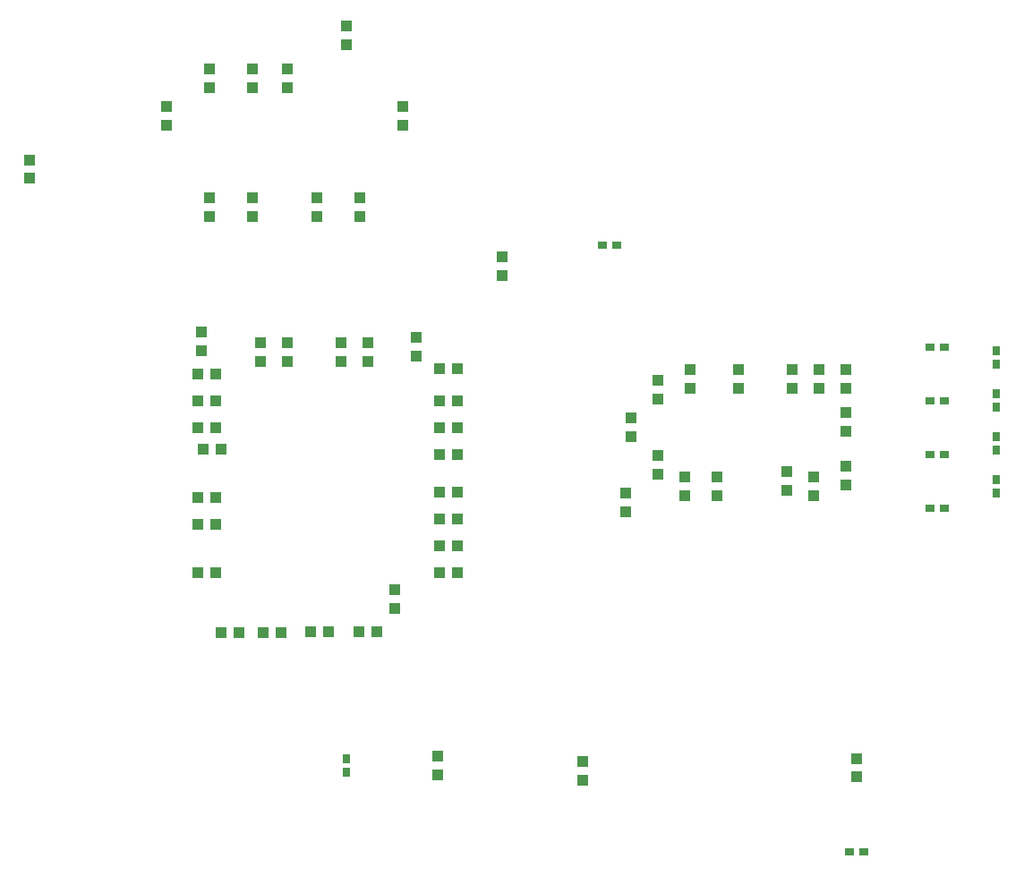
<source format=gbp>
%FSLAX24Y24*%
%MOIN*%
G70*
G01*
G75*
G04 Layer_Color=128*
G04 Layer_Color=128*
%ADD10R,0.0394X0.0433*%
%ADD11R,0.0433X0.0394*%
%ADD12R,0.1024X0.0945*%
%ADD13R,0.0945X0.1024*%
%ADD14C,0.0400*%
%ADD15R,0.0728X0.0118*%
%ADD16R,0.0709X0.0157*%
%ADD17R,0.0827X0.1614*%
%ADD18R,0.0787X0.0551*%
%ADD19O,0.0700X0.0300*%
%ADD20R,0.0700X0.0300*%
%ADD21R,0.0122X0.0709*%
%ADD22R,0.0709X0.0122*%
%ADD23O,0.0122X0.0709*%
%ADD24R,0.0157X0.0709*%
%ADD25R,0.0709X0.0157*%
%ADD26R,0.0118X0.0728*%
%ADD27R,0.0728X0.0118*%
%ADD28R,0.0630X0.0512*%
%ADD29R,0.0630X0.0709*%
%ADD30R,0.0709X0.0630*%
%ADD31R,0.1000X0.1400*%
%ADD32R,0.0300X0.0600*%
%ADD33R,0.1400X0.1000*%
%ADD34R,0.0600X0.0300*%
%ADD35R,0.0276X0.0354*%
%ADD36R,0.0354X0.0276*%
%ADD37R,0.0394X0.1083*%
%ADD38C,0.0200*%
%ADD39C,0.0080*%
%ADD40C,0.0100*%
%ADD41C,0.0160*%
%ADD42C,0.0120*%
%ADD43C,0.1400*%
%ADD44C,0.0750*%
%ADD45C,0.0500*%
%ADD46C,0.1600*%
%ADD47C,0.0600*%
%ADD48C,0.0433*%
%ADD49C,0.0350*%
%ADD50C,0.0250*%
%ADD51C,0.0300*%
%ADD52C,0.0098*%
%ADD53C,0.0079*%
%ADD54C,0.0070*%
%ADD55C,0.0140*%
%ADD56R,0.0200X0.0700*%
%ADD57R,0.0200X0.0200*%
%ADD58R,0.0500X0.0200*%
%ADD59R,0.0200X0.1000*%
%ADD60R,0.0200X0.0500*%
%ADD61R,0.1575X0.0098*%
D10*
X49000Y49135D02*
D03*
Y48465D02*
D03*
X51200Y44865D02*
D03*
Y45535D02*
D03*
X53800Y45065D02*
D03*
Y45735D02*
D03*
X55000Y49535D02*
D03*
Y48865D02*
D03*
X49000Y45665D02*
D03*
Y46335D02*
D03*
X54000Y49535D02*
D03*
Y48865D02*
D03*
X50200Y49535D02*
D03*
Y48865D02*
D03*
X48000Y47735D02*
D03*
Y47065D02*
D03*
X47800Y44935D02*
D03*
Y44265D02*
D03*
X50000Y44865D02*
D03*
Y45535D02*
D03*
X52000Y49535D02*
D03*
Y48865D02*
D03*
X54800Y44865D02*
D03*
Y45535D02*
D03*
X56000Y45265D02*
D03*
Y45935D02*
D03*
Y47265D02*
D03*
Y47935D02*
D03*
Y48865D02*
D03*
Y49535D02*
D03*
X34200Y49865D02*
D03*
Y50535D02*
D03*
X38200Y49865D02*
D03*
Y50535D02*
D03*
X39200Y41335D02*
D03*
Y40665D02*
D03*
X35200Y49865D02*
D03*
Y50535D02*
D03*
X37200Y49865D02*
D03*
Y50535D02*
D03*
X32000Y50265D02*
D03*
Y50935D02*
D03*
X40000Y50065D02*
D03*
Y50735D02*
D03*
X43200Y53065D02*
D03*
Y53735D02*
D03*
X40800Y35135D02*
D03*
Y34465D02*
D03*
X32300Y60065D02*
D03*
Y60735D02*
D03*
X33900Y60065D02*
D03*
Y60735D02*
D03*
X35200Y60065D02*
D03*
Y60735D02*
D03*
X37400Y62335D02*
D03*
Y61665D02*
D03*
X30700Y59335D02*
D03*
Y58665D02*
D03*
X39500Y59335D02*
D03*
Y58665D02*
D03*
X32300Y55935D02*
D03*
Y55265D02*
D03*
X33900Y55935D02*
D03*
Y55265D02*
D03*
X36300Y55935D02*
D03*
Y55265D02*
D03*
X37900Y55265D02*
D03*
Y55935D02*
D03*
X56400Y34383D02*
D03*
Y35052D02*
D03*
X46200Y34935D02*
D03*
Y34265D02*
D03*
X25600Y57352D02*
D03*
Y56683D02*
D03*
D11*
X32535Y48400D02*
D03*
X31865D02*
D03*
X40865D02*
D03*
X41535D02*
D03*
X40865Y44000D02*
D03*
X41535D02*
D03*
X40865Y47400D02*
D03*
X41535D02*
D03*
X32535Y49400D02*
D03*
X31865D02*
D03*
X32735Y46600D02*
D03*
X32065D02*
D03*
X32535Y44800D02*
D03*
X31865D02*
D03*
X36735Y39800D02*
D03*
X36065D02*
D03*
X38535D02*
D03*
X37865D02*
D03*
X40865Y42000D02*
D03*
X41535D02*
D03*
X40865Y43000D02*
D03*
X41535D02*
D03*
X32535Y47400D02*
D03*
X31865D02*
D03*
X32535Y43800D02*
D03*
X31865D02*
D03*
X40865Y49600D02*
D03*
X41535D02*
D03*
X33393Y39765D02*
D03*
X32724D02*
D03*
X40865Y46400D02*
D03*
X41535D02*
D03*
X34298Y39765D02*
D03*
X34968D02*
D03*
X41535Y45000D02*
D03*
X40865D02*
D03*
X31865Y42000D02*
D03*
X32535D02*
D03*
D35*
X61600Y50256D02*
D03*
Y49744D02*
D03*
Y48656D02*
D03*
Y48144D02*
D03*
Y47056D02*
D03*
Y46544D02*
D03*
Y45456D02*
D03*
Y44944D02*
D03*
X37400Y34544D02*
D03*
Y35056D02*
D03*
D36*
X59656Y50400D02*
D03*
X59144D02*
D03*
X59656Y44400D02*
D03*
X59144D02*
D03*
X59656Y46400D02*
D03*
X59144D02*
D03*
X59656Y48400D02*
D03*
X59144D02*
D03*
X46944Y54200D02*
D03*
X47456D02*
D03*
X56656Y31600D02*
D03*
X56144D02*
D03*
M02*

</source>
